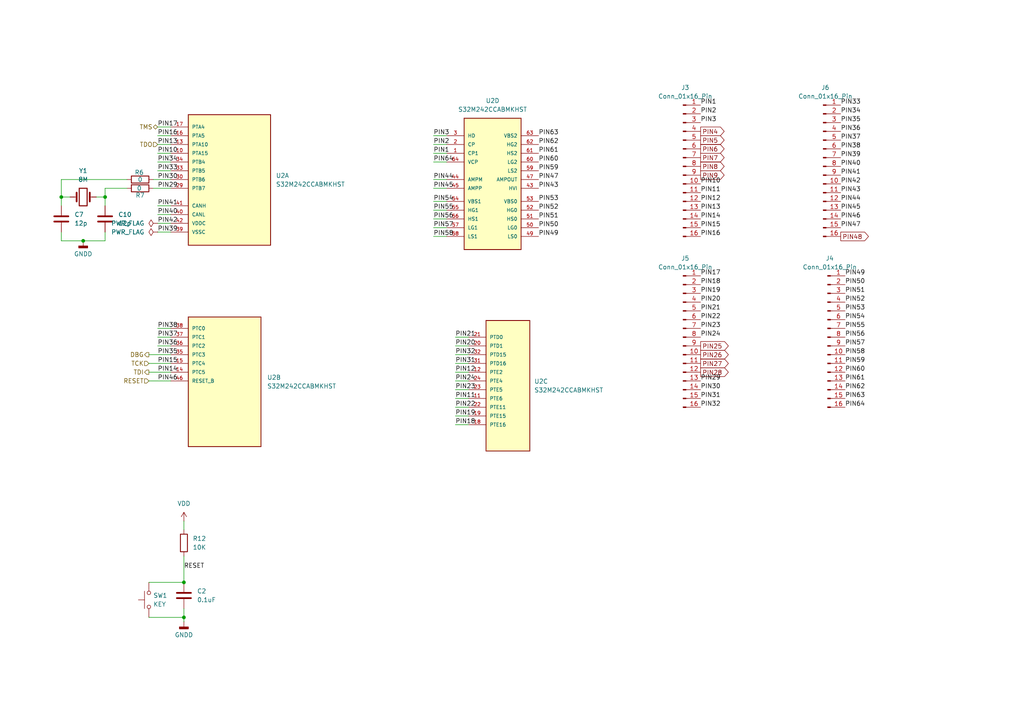
<source format=kicad_sch>
(kicad_sch (version 20231120) (generator "eeschema") (generator_version "8.0")
  (paper "A4")
  (title_block (company "WTMEC"))
  (lib_symbols
    (symbol "Connector:Conn_01x16_Pin" (pin_names (offset 1.016) hide)
      (property "Reference" "J" (at 0 20.32 0))
      (property "Value" "Conn_01x16_Pin" (at 0 -22.86 0))
      (symbol "Conn_01x16_Pin_1_1"
        (polyline (pts (xy 1.27 -20.32) (xy 0.8636 -20.32)) (stroke (width 0.1524)))
        (polyline (pts (xy 1.27 -17.78) (xy 0.8636 -17.78)) (stroke (width 0.1524)))
        (polyline (pts (xy 1.27 -15.24) (xy 0.8636 -15.24)) (stroke (width 0.1524)))
        (polyline (pts (xy 1.27 -12.7) (xy 0.8636 -12.7)) (stroke (width 0.1524)))
        (polyline (pts (xy 1.27 -10.16) (xy 0.8636 -10.16)) (stroke (width 0.1524)))
        (polyline (pts (xy 1.27 -7.62) (xy 0.8636 -7.62)) (stroke (width 0.1524)))
        (polyline (pts (xy 1.27 -5.08) (xy 0.8636 -5.08)) (stroke (width 0.1524)))
        (polyline (pts (xy 1.27 -2.54) (xy 0.8636 -2.54)) (stroke (width 0.1524)))
        (polyline (pts (xy 1.27 0) (xy 0.8636 0)) (stroke (width 0.1524)))
        (polyline (pts (xy 1.27 2.54) (xy 0.8636 2.54)) (stroke (width 0.1524)))
        (polyline (pts (xy 1.27 5.08) (xy 0.8636 5.08)) (stroke (width 0.1524)))
        (polyline (pts (xy 1.27 7.62) (xy 0.8636 7.62)) (stroke (width 0.1524)))
        (polyline (pts (xy 1.27 10.16) (xy 0.8636 10.16)) (stroke (width 0.1524)))
        (polyline (pts (xy 1.27 12.7) (xy 0.8636 12.7)) (stroke (width 0.1524)))
        (polyline (pts (xy 1.27 15.24) (xy 0.8636 15.24)) (stroke (width 0.1524)))
        (polyline (pts (xy 1.27 17.78) (xy 0.8636 17.78)) (stroke (width 0.1524)))
        (rectangle (start 0.8636 -20.193) (end 0 -20.447) (stroke (width 0.1524)) (fill (type outline)))
        (rectangle (start 0.8636 -17.653) (end 0 -17.907) (stroke (width 0.1524)) (fill (type outline)))
        (rectangle (start 0.8636 -15.113) (end 0 -15.367) (stroke (width 0.1524)) (fill (type outline)))
        (rectangle (start 0.8636 -12.573) (end 0 -12.827) (stroke (width 0.1524)) (fill (type outline)))
        (rectangle (start 0.8636 -10.033) (end 0 -10.287) (stroke (width 0.1524)) (fill (type outline)))
        (rectangle (start 0.8636 -7.493) (end 0 -7.747) (stroke (width 0.1524)) (fill (type outline)))
        (rectangle (start 0.8636 -4.953) (end 0 -5.207) (stroke (width 0.1524)) (fill (type outline)))
        (rectangle (start 0.8636 -2.413) (end 0 -2.667) (stroke (width 0.1524)) (fill (type outline)))
        (rectangle (start 0.8636 0.127) (end 0 -0.127) (stroke (width 0.1524)) (fill (type outline)))
        (rectangle (start 0.8636 2.667) (end 0 2.413) (stroke (width 0.1524)) (fill (type outline)))
        (rectangle (start 0.8636 5.207) (end 0 4.953) (stroke (width 0.1524)) (fill (type outline)))
        (rectangle (start 0.8636 7.747) (end 0 7.493) (stroke (width 0.1524)) (fill (type outline)))
        (rectangle (start 0.8636 10.287) (end 0 10.033) (stroke (width 0.1524)) (fill (type outline)))
        (rectangle (start 0.8636 12.827) (end 0 12.573) (stroke (width 0.1524)) (fill (type outline)))
        (rectangle (start 0.8636 15.367) (end 0 15.113) (stroke (width 0.1524)) (fill (type outline)))
        (rectangle (start 0.8636 17.907) (end 0 17.653) (stroke (width 0.1524)) (fill (type outline)))
        (pin passive line (at 5.08 17.78 180) (length 3.81) (name "Pin_1") (number "1"))
        (pin passive line (at 5.08 -5.08 180) (length 3.81) (name "Pin_10") (number "10"))
        (pin passive line (at 5.08 -7.62 180) (length 3.81) (name "Pin_11") (number "11"))
        (pin passive line (at 5.08 -10.16 180) (length 3.81) (name "Pin_12") (number "12"))
        (pin passive line (at 5.08 -12.7 180) (length 3.81) (name "Pin_13") (number "13"))
        (pin passive line (at 5.08 -15.24 180) (length 3.81) (name "Pin_14") (number "14"))
        (pin passive line (at 5.08 -17.78 180) (length 3.81) (name "Pin_15") (number "15"))
        (pin passive line (at 5.08 -20.32 180) (length 3.81) (name "Pin_16") (number "16"))
        (pin passive line (at 5.08 15.24 180) (length 3.81) (name "Pin_2") (number "2"))
        (pin passive line (at 5.08 12.7 180) (length 3.81) (name "Pin_3") (number "3"))
        (pin passive line (at 5.08 10.16 180) (length 3.81) (name "Pin_4") (number "4"))
        (pin passive line (at 5.08 7.62 180) (length 3.81) (name "Pin_5") (number "5"))
        (pin passive line (at 5.08 5.08 180) (length 3.81) (name "Pin_6") (number "6"))
        (pin passive line (at 5.08 2.54 180) (length 3.81) (name "Pin_7") (number "7"))
        (pin passive line (at 5.08 0 180) (length 3.81) (name "Pin_8") (number "8"))
        (pin passive line (at 5.08 -2.54 180) (length 3.81) (name "Pin_9") (number "9"))
      )
    )
    (symbol "Device:C" (pin_numbers hide) (pin_names (offset 0.254))
      (property "Reference" "C" (at 0.635 2.54 0))
      (property "Value" "C" (at 0.635 -2.54 0))
      (symbol "C_0_1"
        (polyline (pts (xy -2.032 -0.762) (xy 2.032 -0.762)) (stroke (width 0.508)))
        (polyline (pts (xy -2.032 0.762) (xy 2.032 0.762)) (stroke (width 0.508)))
      )
      (symbol "C_1_1"
        (pin passive line (at 0 3.81 270) (length 2.794) (name "~") (number "1"))
        (pin passive line (at 0 -3.81 90) (length 2.794) (name "~") (number "2"))
      )
    )
    (symbol "Device:Crystal" (pin_numbers hide) (pin_names (offset 1.016) hide)
      (property "Reference" "Y" (at 0 3.81 0))
      (property "Value" "Crystal" (at 0 -3.81 0))
      (symbol "Crystal_0_1"
        (rectangle (start -1.143 2.54) (end 1.143 -2.54) (stroke (width 0.3048)))
        (polyline (pts (xy -2.54 0) (xy -1.905 0)))
        (polyline (pts (xy -1.905 -1.27) (xy -1.905 1.27)) (stroke (width 0.508)))
        (polyline (pts (xy 1.905 -1.27) (xy 1.905 1.27)) (stroke (width 0.508)))
        (polyline (pts (xy 2.54 0) (xy 1.905 0)))
      )
      (symbol "Crystal_1_1"
        (pin passive line (at -3.81 0 0) (length 1.27) (name "1") (number "1"))
        (pin passive line (at 3.81 0 180) (length 1.27) (name "2") (number "2"))
      )
    )
    (symbol "Device:R" (pin_numbers hide) (pin_names (offset 0))
      (property "Reference" "R" (at 2.032 0 90))
      (property "Value" "R" (at 0 0 90))
      (symbol "R_0_1"
        (rectangle (start -1.016 -2.54) (end 1.016 2.54) (stroke (width 0.254)))
      )
      (symbol "R_1_1"
        (pin passive line (at 0 3.81 270) (length 1.27) (name "~") (number "1"))
        (pin passive line (at 0 -3.81 90) (length 1.27) (name "~") (number "2"))
      )
    )
    (symbol "MCU_NXP_S32M2:S32M242CCABMKHST" (pin_names (offset 1.016))
      (property "Reference" "U" (at -8.382 38.608 0))
      (property "Value" "S32M242CCABMKHST" (at -8.89 -1.016 0))
      (symbol "S32M242CCABMKHST_1_0"
        (rectangle (start -12.7 37.846) (end 11.176 0) (stroke (width 0.254)) (fill (type background)))
        (pin bidirectional line (at -17.78 26.67 0) (length 5.08) (name "PTA15") (number "10"))
        (pin bidirectional line (at -17.78 29.21 0) (length 5.08) (name "PTA10") (number "13"))
        (pin bidirectional line (at -17.78 31.75 0) (length 5.08) (name "PTA5") (number "16"))
        (pin bidirectional line (at -17.78 34.29 0) (length 5.08) (name "PTA4") (number "17"))
        (pin bidirectional line (at -17.78 16.51 0) (length 5.08) (name "PTB7") (number "29"))
        (pin bidirectional line (at -17.78 19.05 0) (length 5.08) (name "PTB6") (number "30"))
        (pin bidirectional line (at -17.78 21.59 0) (length 5.08) (name "PTB5") (number "33"))
        (pin bidirectional line (at -17.78 24.13 0) (length 5.08) (name "PTB4") (number "34"))
      )
      (symbol "S32M242CCABMKHST_1_1"
        (pin power_in line (at -17.78 3.81 0) (length 5.08) (name "VSSC") (number "39"))
        (pin output line (at -17.78 8.89 0) (length 5.08) (name "CANL") (number "40"))
        (pin output line (at -17.78 11.43 0) (length 5.08) (name "CANH") (number "41"))
        (pin power_in line (at -17.78 6.35 0) (length 5.08) (name "VDDC") (number "42"))
      )
      (symbol "S32M242CCABMKHST_2_0"
        (rectangle (start -12.7 37.592) (end 8.382 0) (stroke (width 0.254)) (fill (type background)))
        (pin bidirectional line (at -17.78 21.59 0) (length 5.08) (name "PTC5") (number "14"))
        (pin bidirectional line (at -17.78 24.13 0) (length 5.08) (name "PTC4") (number "15"))
        (pin bidirectional line (at -17.78 26.67 0) (length 5.08) (name "PTC3") (number "35"))
        (pin bidirectional line (at -17.78 29.21 0) (length 5.08) (name "PTC2") (number "36"))
        (pin bidirectional line (at -17.78 31.75 0) (length 5.08) (name "PTC1") (number "37"))
        (pin bidirectional line (at -17.78 34.29 0) (length 5.08) (name "PTC0") (number "38"))
        (pin bidirectional line (at -17.78 19.05 0) (length 5.08) (name "RESET_B") (number "46"))
      )
      (symbol "S32M242CCABMKHST_3_0"
        (rectangle (start -12.7 37.846) (end 0 0) (stroke (width 0.254)) (fill (type background)))
        (pin bidirectional line (at -17.78 15.24 0) (length 5.08) (name "PTE6") (number "11"))
        (pin bidirectional line (at -17.78 22.86 0) (length 5.08) (name "PTE2") (number "12"))
        (pin bidirectional line (at -17.78 7.62 0) (length 5.08) (name "PTE16") (number "18"))
        (pin bidirectional line (at -17.78 10.16 0) (length 5.08) (name "PTE15") (number "19"))
        (pin bidirectional line (at -17.78 30.48 0) (length 5.08) (name "PTD1") (number "20"))
        (pin bidirectional line (at -17.78 33.02 0) (length 5.08) (name "PTD0") (number "21"))
        (pin bidirectional line (at -17.78 12.7 0) (length 5.08) (name "PTE11") (number "22"))
        (pin bidirectional line (at -17.78 17.78 0) (length 5.08) (name "PTE5") (number "23"))
        (pin bidirectional line (at -17.78 20.32 0) (length 5.08) (name "PTE4") (number "24"))
        (pin bidirectional line (at -17.78 25.4 0) (length 5.08) (name "PTD16") (number "31"))
        (pin bidirectional line (at -17.78 27.94 0) (length 5.08) (name "PTD15") (number "32"))
      )
      (symbol "S32M242CCABMKHST_4_0"
        (rectangle (start -8.89 38.1) (end 7.62 0) (stroke (width 0.254)) (fill (type background)))
        (pin bidirectional line (at -13.97 27.94 0) (length 5.08) (name "CP1") (number "1"))
        (pin bidirectional line (at -13.97 30.48 0) (length 5.08) (name "CP") (number "2"))
        (pin bidirectional line (at -13.97 33.02 0) (length 5.08) (name "HD") (number "3"))
        (pin bidirectional line (at -13.97 20.32 0) (length 5.08) (name "AMPM") (number "44"))
        (pin bidirectional line (at -13.97 17.78 0) (length 5.08) (name "AMPP") (number "45"))
        (pin bidirectional line (at 12.7 20.32 180) (length 5.08) (name "AMPOUT") (number "47"))
        (pin bidirectional line (at 12.7 3.81 180) (length 5.08) (name "LS0") (number "49"))
        (pin bidirectional line (at 12.7 6.35 180) (length 5.08) (name "LG0") (number "50"))
        (pin bidirectional line (at 12.7 8.89 180) (length 5.08) (name "HS0") (number "51"))
        (pin bidirectional line (at 12.7 11.43 180) (length 5.08) (name "HG0") (number "52"))
        (pin bidirectional line (at 12.7 13.97 180) (length 5.08) (name "VBS0") (number "53"))
        (pin bidirectional line (at -13.97 13.97 0) (length 5.08) (name "VBS1") (number "54"))
        (pin bidirectional line (at -13.97 11.43 0) (length 5.08) (name "HG1") (number "55"))
        (pin bidirectional line (at -13.97 8.89 0) (length 5.08) (name "HS1") (number "56"))
        (pin bidirectional line (at -13.97 6.35 0) (length 5.08) (name "LG1") (number "57"))
        (pin bidirectional line (at -13.97 3.81 0) (length 5.08) (name "LS1") (number "58"))
        (pin bidirectional line (at 12.7 22.86 180) (length 5.08) (name "LS2") (number "59"))
        (pin bidirectional line (at 12.7 25.4 180) (length 5.08) (name "LG2") (number "60"))
        (pin bidirectional line (at 12.7 27.94 180) (length 5.08) (name "HS2") (number "61"))
        (pin bidirectional line (at 12.7 30.48 180) (length 5.08) (name "HG2") (number "62"))
        (pin bidirectional line (at 12.7 33.02 180) (length 5.08) (name "VBS2") (number "63"))
        (pin bidirectional line (at -13.97 25.4 0) (length 5.08) (name "VCP") (number "64"))
      )
      (symbol "S32M242CCABMKHST_4_1"
        (pin bidirectional line (at 12.7 17.78 180) (length 5.08) (name "HVI") (number "43"))
      )
      (symbol "S32M242CCABMKHST_5_0"
        (rectangle (start -12.7 37.846) (end 0 0) (stroke (width 0.254)) (fill (type background)))
        (pin power_in line (at -17.78 34.29 0) (length 5.08) (name "VDD") (number "25"))
        (pin power_in line (at -17.78 31.75 0) (length 5.08) (name "VDDA") (number "26"))
        (pin power_in line (at -17.78 29.21 0) (length 5.08) (name "VREFH") (number "27"))
        (pin power_in line (at -17.78 19.05 0) (length 5.08) (name "VSS") (number "28"))
        (pin power_in line (at -17.78 24.13 0) (length 5.08) (name "VSUP") (number "6"))
        (pin power_in line (at -17.78 16.51 0) (length 5.08) (name "VSS") (number "65"))
        (pin power_in line (at -17.78 13.97 0) (length 5.08) (name "VPRE") (number "7"))
        (pin power_in line (at -17.78 26.67 0) (length 5.08) (name "VDD_AE10") (number "9"))
      )
      (symbol "S32M242CCABMKHST_5_1"
        (pin bidirectional line (at -17.78 3.81 0) (length 5.08) (name "BST") (number "4"))
        (pin power_in line (at -17.78 21.59 0) (length 5.08) (name "VDDE") (number "48"))
        (pin power_out line (at -17.78 10.16 0) (length 5.08) (name "VLS_OUT") (number "5"))
        (pin bidirectional line (at -17.78 6.35 0) (length 5.08) (name "GCTL") (number "8"))
      )
    )
    (symbol "Switch:SW_Push" (pin_numbers hide) (pin_names (offset 1.016) hide)
      (property "Reference" "SW" (at 1.27 2.54 0))
      (property "Value" "SW_Push" (at 0 -1.524 0))
      (symbol "SW_Push_0_1"
        (circle (center -2.032 0) (radius 0.508))
        (polyline (pts (xy 0 1.27) (xy 0 3.048)))
        (polyline (pts (xy 2.54 1.27) (xy -2.54 1.27)))
        (circle (center 2.032 0) (radius 0.508))
        (pin passive line (at -5.08 0 0) (length 2.54) (name "1") (number "1"))
        (pin passive line (at 5.08 0 180) (length 2.54) (name "2") (number "2"))
      )
    )
    (symbol "power:GNDD" (power) (pin_numbers hide) (pin_names (offset 0) hide)
      (property "Value" "GNDD" (at 0 -3.175 0))
      (symbol "GNDD_0_1"
        (rectangle (start -1.27 -1.524) (end 1.27 -2.032) (stroke (width 0.254)) (fill (type outline)))
        (polyline (pts (xy 0 0) (xy 0 -1.524)))
      )
      (symbol "GNDD_1_1"
        (pin power_in line (at 0 0 270) (length 0) (name "~") (number "1"))
      )
    )
    (symbol "power:PWR_FLAG" (power) (pin_numbers hide) (pin_names (offset 0) hide)
      (property "Value" "PWR_FLAG" (at 0 3.81 0))
      (symbol "PWR_FLAG_0_0"
        (pin power_out line (at 0 0 90) (length 0) (name "~") (number "1"))
      )
      (symbol "PWR_FLAG_0_1"
        (polyline (pts (xy 0 0) (xy 0 1.27) (xy -1.016 1.905) (xy 0 2.54) (xy 1.016 1.905) (xy 0 1.27)))
      )
    )
    (symbol "power:VDD" (power) (pin_numbers hide) (pin_names (offset 0) hide)
      (property "Value" "VDD" (at 0 3.556 0))
      (symbol "VDD_0_1"
        (polyline (pts (xy -0.762 1.27) (xy 0 2.54)))
        (polyline (pts (xy 0 0) (xy 0 2.54)))
        (polyline (pts (xy 0 2.54) (xy 0.762 1.27)))
      )
      (symbol "VDD_1_1"
        (pin power_in line (at 0 0 90) (length 0) (name "~") (number "1"))
      )
    )
  )
  (junction (at 24.13 69.85))
  (junction (at 53.34 179.07))
  (junction (at 17.78 57.15))
  (junction (at 30.48 57.15))
  (junction (at 53.34 168.91))
  (wire (pts (xy 43.18 179.07) (xy 53.34 179.07)))
  (wire (pts (xy 132.08 107.95) (xy 135.89 107.95)))
  (wire (pts (xy 36.83 54.61) (xy 30.48 54.61)))
  (wire (pts (xy 125.73 63.5) (xy 129.54 63.5)))
  (wire (pts (xy 53.34 161.29) (xy 53.34 168.91)))
  (wire (pts (xy 132.08 118.11) (xy 135.89 118.11)))
  (wire (pts (xy 45.72 64.77) (xy 49.53 64.77)))
  (wire (pts (xy 125.73 46.99) (xy 129.54 46.99)))
  (wire (pts (xy 132.08 115.57) (xy 135.89 115.57)))
  (wire (pts (xy 30.48 67.31) (xy 30.48 69.85)))
  (wire (pts (xy 17.78 69.85) (xy 17.78 67.31)))
  (wire (pts (xy 43.18 107.95) (xy 49.53 107.95)))
  (wire (pts (xy 125.73 54.61) (xy 129.54 54.61)))
  (wire (pts (xy 45.72 59.69) (xy 49.53 59.69)))
  (wire (pts (xy 125.73 39.37) (xy 129.54 39.37)))
  (wire (pts (xy 125.73 66.04) (xy 129.54 66.04)))
  (wire (pts (xy 30.48 54.61) (xy 30.48 57.15)))
  (wire (pts (xy 43.18 105.41) (xy 49.53 105.41)))
  (wire (pts (xy 45.72 44.45) (xy 49.53 44.45)))
  (wire (pts (xy 43.18 102.87) (xy 49.53 102.87)))
  (wire (pts (xy 36.83 52.07) (xy 17.78 52.07)))
  (wire (pts (xy 45.72 41.91) (xy 49.53 41.91)))
  (wire (pts (xy 45.72 97.79) (xy 49.53 97.79)))
  (wire (pts (xy 53.34 151.13) (xy 53.34 153.67)))
  (wire (pts (xy 53.34 176.53) (xy 53.34 179.07)))
  (wire (pts (xy 44.45 54.61) (xy 49.53 54.61)))
  (wire (pts (xy 125.73 60.96) (xy 129.54 60.96)))
  (wire (pts (xy 45.72 67.31) (xy 49.53 67.31)))
  (wire (pts (xy 44.45 52.07) (xy 49.53 52.07)))
  (wire (pts (xy 132.08 113.03) (xy 135.89 113.03)))
  (wire (pts (xy 125.73 58.42) (xy 129.54 58.42)))
  (wire (pts (xy 125.73 68.58) (xy 129.54 68.58)))
  (wire (pts (xy 132.08 105.41) (xy 135.89 105.41)))
  (wire (pts (xy 132.08 120.65) (xy 135.89 120.65)))
  (wire (pts (xy 132.08 97.79) (xy 135.89 97.79)))
  (wire (pts (xy 30.48 69.85) (xy 24.13 69.85)))
  (wire (pts (xy 53.34 179.07) (xy 53.34 180.34)))
  (wire (pts (xy 45.72 49.53) (xy 49.53 49.53)))
  (wire (pts (xy 45.72 100.33) (xy 49.53 100.33)))
  (wire (pts (xy 125.73 44.45) (xy 129.54 44.45)))
  (wire (pts (xy 45.72 62.23) (xy 49.53 62.23)))
  (wire (pts (xy 132.08 100.33) (xy 135.89 100.33)))
  (wire (pts (xy 17.78 52.07) (xy 17.78 57.15)))
  (wire (pts (xy 43.18 168.91) (xy 53.34 168.91)))
  (wire (pts (xy 132.08 102.87) (xy 135.89 102.87)))
  (wire (pts (xy 27.94 57.15) (xy 30.48 57.15)))
  (wire (pts (xy 24.13 69.85) (xy 17.78 69.85)))
  (wire (pts (xy 17.78 57.15) (xy 17.78 59.69)))
  (wire (pts (xy 125.73 41.91) (xy 129.54 41.91)))
  (wire (pts (xy 132.08 110.49) (xy 135.89 110.49)))
  (wire (pts (xy 45.72 36.83) (xy 49.53 36.83)))
  (wire (pts (xy 125.73 52.07) (xy 129.54 52.07)))
  (wire (pts (xy 20.32 57.15) (xy 17.78 57.15)))
  (wire (pts (xy 45.72 39.37) (xy 49.53 39.37)))
  (wire (pts (xy 45.72 46.99) (xy 49.53 46.99)))
  (wire (pts (xy 45.72 95.25) (xy 49.53 95.25)))
  (wire (pts (xy 43.18 110.49) (xy 49.53 110.49)))
  (wire (pts (xy 132.08 123.19) (xy 135.89 123.19)))
  (wire (pts (xy 30.48 57.15) (xy 30.48 59.69)))
  (label "PIN55" (at 125.73 60.96 0))
  (label "PIN49" (at 156.21 68.58 0))
  (label "PIN38" (at 243.84 43.18 0))
  (label "PIN42" (at 243.84 53.34 0))
  (label "PIN40" (at 243.84 48.26 0))
  (label "PIN32" (at 132.08 102.87 0))
  (label "PIN54" (at 125.73 58.42 0))
  (label "PIN34" (at 45.72 46.99 0))
  (label "PIN52" (at 245.11 87.63 0))
  (label "PIN21" (at 132.08 97.79 0))
  (label "PIN15" (at 203.2 66.04 0))
  (label "PIN63" (at 156.21 39.37 0))
  (label "PIN60" (at 156.21 46.99 0))
  (label "PIN36" (at 243.84 38.1 0))
  (label "PIN42" (at 45.72 64.77 0))
  (label "PIN10" (at 45.72 44.45 0))
  (label "PIN50" (at 156.21 66.04 0))
  (label "PIN1" (at 203.2 30.48 0))
  (label "PIN15" (at 45.72 105.41 0))
  (label "PIN46" (at 243.84 63.5 0))
  (label "PIN59" (at 156.21 49.53 0))
  (label "PIN22" (at 132.08 118.11 0))
  (label "PIN63" (at 245.11 115.57 0))
  (label "PIN23" (at 132.08 113.03 0))
  (label "PIN39" (at 45.72 67.31 0))
  (label "PIN38" (at 45.72 95.25 0))
  (label "PIN16" (at 203.2 68.58 0))
  (label "PIN50" (at 245.11 82.55 0))
  (label "PIN53" (at 245.11 90.17 0))
  (label "PIN49" (at 245.11 80.01 0))
  (label "PIN13" (at 203.2 60.96 0))
  (label "PIN54" (at 245.11 92.71 0))
  (label "PIN62" (at 156.21 41.91 0))
  (label "PIN32" (at 203.2 118.11 0))
  (label "PIN17" (at 45.72 36.83 0))
  (label "PIN14" (at 203.2 63.5 0))
  (label "PIN23" (at 203.2 95.25 0))
  (label "PIN55" (at 245.11 95.25 0))
  (label "PIN19" (at 203.2 85.09 0))
  (label "PIN57" (at 125.73 66.04 0))
  (label "PIN47" (at 243.84 66.04 0))
  (label "PIN11" (at 203.2 55.88 0))
  (label "PIN59" (at 245.11 105.41 0))
  (label "PIN58" (at 245.11 102.87 0))
  (label "PIN19" (at 132.08 120.65 0))
  (label "PIN30" (at 45.72 52.07 0))
  (label "PIN64" (at 245.11 118.11 0))
  (label "PIN37" (at 45.72 97.79 0))
  (label "PIN56" (at 245.11 97.79 0))
  (label "PIN10" (at 203.2 53.34 0))
  (label "PIN1" (at 125.73 44.45 0))
  (label "PIN22" (at 203.2 92.71 0))
  (label "PIN56" (at 125.73 63.5 0))
  (label "RESET" (at 53.34 165.1 0))
  (label "PIN13" (at 45.72 41.91 0))
  (label "PIN46" (at 45.72 110.49 0))
  (label "PIN11" (at 132.08 115.57 0))
  (label "PIN34" (at 243.84 33.02 0))
  (label "PIN40" (at 45.72 62.23 0))
  (label "PIN36" (at 45.72 100.33 0))
  (label "PIN57" (at 245.11 100.33 0))
  (label "PIN60" (at 245.11 107.95 0))
  (label "PIN29" (at 203.2 110.49 0))
  (label "PIN14" (at 45.72 107.95 0))
  (label "PIN20" (at 132.08 100.33 0))
  (label "PIN41" (at 243.84 50.8 0))
  (label "PIN44" (at 125.73 52.07 0))
  (label "PIN43" (at 156.21 54.61 0))
  (label "PIN43" (at 243.84 55.88 0))
  (label "PIN21" (at 203.2 90.17 0))
  (label "PIN33" (at 45.72 49.53 0))
  (label "PIN2" (at 203.2 33.02 0))
  (label "PIN18" (at 203.2 82.55 0))
  (label "PIN24" (at 132.08 110.49 0))
  (label "PIN41" (at 45.72 59.69 0))
  (label "PIN18" (at 132.08 123.19 0))
  (label "PIN3" (at 203.2 35.56 0))
  (label "PIN12" (at 203.2 58.42 0))
  (label "PIN51" (at 245.11 85.09 0))
  (label "PIN35" (at 45.72 102.87 0))
  (label "PIN35" (at 243.84 35.56 0))
  (label "PIN45" (at 243.84 60.96 0))
  (label "PIN51" (at 156.21 63.5 0))
  (label "PIN47" (at 156.21 52.07 0))
  (label "PIN64" (at 125.73 46.99 0))
  (label "PIN24" (at 203.2 97.79 0))
  (label "PIN12" (at 132.08 107.95 0))
  (label "PIN45" (at 125.73 54.61 0))
  (label "PIN44" (at 243.84 58.42 0))
  (label "PIN61" (at 156.21 44.45 0))
  (label "PIN37" (at 243.84 40.64 0))
  (label "PIN53" (at 156.21 58.42 0))
  (label "PIN30" (at 203.2 113.03 0))
  (label "PIN31" (at 203.2 115.57 0))
  (label "PIN2" (at 125.73 41.91 0))
  (label "PIN58" (at 125.73 68.58 0))
  (label "PIN3" (at 125.73 39.37 0))
  (label "PIN16" (at 45.72 39.37 0))
  (label "PIN33" (at 243.84 30.48 0))
  (label "PIN39" (at 243.84 45.72 0))
  (label "PIN29" (at 45.72 54.61 0))
  (label "PIN17" (at 203.2 80.01 0))
  (label "PIN31" (at 132.08 105.41 0))
  (label "PIN20" (at 203.2 87.63 0))
  (label "PIN52" (at 156.21 60.96 0))
  (label "PIN62" (at 245.11 113.03 0))
  (label "PIN61" (at 245.11 110.49 0))
  (global_label "PIN9" (shape output) (at 203.2 50.8 0) (property "Intersheetrefs" "${INTERSHEET_REFS}" (effects (hide yes))))
  (global_label "PIN6" (shape output) (at 203.2 43.18 0) (property "Intersheetrefs" "${INTERSHEET_REFS}" (effects (hide yes))))
  (global_label "PIN27" (shape output) (at 203.2 105.41 0) (property "Intersheetrefs" "${INTERSHEET_REFS}" (effects (hide yes))))
  (global_label "PIN48" (shape output) (at 243.84 68.58 0) (property "Intersheetrefs" "${INTERSHEET_REFS}" (effects (hide yes))))
  (global_label "PIN8" (shape output) (at 203.2 48.26 0) (property "Intersheetrefs" "${INTERSHEET_REFS}" (effects (hide yes))))
  (global_label "PIN4" (shape output) (at 203.2 38.1 0) (property "Intersheetrefs" "${INTERSHEET_REFS}" (effects (hide yes))))
  (global_label "PIN28" (shape output) (at 203.2 107.95 0) (property "Intersheetrefs" "${INTERSHEET_REFS}" (effects (hide yes))))
  (global_label "PIN7" (shape output) (at 203.2 45.72 0) (property "Intersheetrefs" "${INTERSHEET_REFS}" (effects (hide yes))))
  (global_label "PIN5" (shape output) (at 203.2 40.64 0) (property "Intersheetrefs" "${INTERSHEET_REFS}" (effects (hide yes))))
  (global_label "PIN25" (shape output) (at 203.2 100.33 0) (property "Intersheetrefs" "${INTERSHEET_REFS}" (effects (hide yes))))
  (global_label "PIN26" (shape output) (at 203.2 102.87 0) (property "Intersheetrefs" "${INTERSHEET_REFS}" (effects (hide yes))))
  (hierarchical_label "TDO" (shape input) (at 45.72 41.91 180))
  (hierarchical_label "DBG" (shape output) (at 43.18 102.87 180))
  (hierarchical_label "RESET" (shape input) (at 43.18 110.49 180))
  (hierarchical_label "TCK" (shape input) (at 43.18 105.41 180))
  (hierarchical_label "TDI" (shape output) (at 43.18 107.95 180))
  (hierarchical_label "TMS" (shape bidirectional) (at 45.72 36.83 180))
  (symbol (lib_id "Connector:Conn_01x16_Pin") (at 240.03 97.79 0) (unit 1)
    (property "Reference" "J4" (at 240.665 74.93 0))
    (property "Value" "Conn_01x16_Pin" (at 240.665 77.47 0))
    (property "Footprint" "Connector_PinHeader_2.54mm:PinHeader_2x08_P2.54mm_Vertical" (effects (hide yes)))
    (property "Description" "Generic connector, single row, 01x16, script generated" (effects (hide yes)))
  )
  (symbol (lib_id "power:GNDD") (at 53.34 180.34 0) (unit 1)
    (property "Reference" "#PWR07" (effects (hide yes)))
    (property "Value" "GNDD" (at 53.34 184.15 0))
    (property "Description" "Power symbol creates a global label with name \"GNDD\" , digital ground" (effects (hide yes)))
  )
  (symbol (lib_id "power:PWR_FLAG") (at 45.72 67.31 90) (unit 1)
    (property "Reference" "#FLG07" (effects (hide yes)))
    (property "Value" "PWR_FLAG" (at 41.91 67.3099 90) (effects (justify left)))
    (property "Description" "Special symbol for telling ERC where power comes from" (effects (hide yes)))
  )
  (symbol (lib_id "Switch:SW_Push") (at 43.18 173.99 90) (unit 1)
    (property "Reference" "SW1" (at 44.45 172.7199 90) (effects (justify right)))
    (property "Value" "KEY" (at 44.45 175.2599 90) (effects (justify right)))
    (property "Footprint" "Button_Switch_THT:SW_PUSH_6mm_H4.3mm" (effects (hide yes)))
    (property "Description" "Push button switch, generic, two pins" (effects (hide yes)))
  )
  (symbol (lib_id "Device:R") (at 40.64 52.07 270) (unit 1)
    (property "Reference" "R6" (at 40.386 50.038 90))
    (property "Value" "0" (at 40.64 52.07 90))
    (property "Footprint" "Resistor_SMD:R_0805_2012Metric" (effects (hide yes)))
    (property "Description" "Resistor" (effects (hide yes)))
  )
  (symbol (lib_id "Connector:Conn_01x16_Pin") (at 198.12 97.79 0) (unit 1)
    (property "Reference" "J5" (at 198.755 74.93 0))
    (property "Value" "Conn_01x16_Pin" (at 198.755 77.47 0))
    (property "Footprint" "Connector_PinHeader_2.54mm:PinHeader_2x08_P2.54mm_Vertical" (effects (hide yes)))
    (property "Description" "Generic connector, single row, 01x16, script generated" (effects (hide yes)))
  )
  (symbol (lib_id "MCU_NXP_S32M2:S32M242CCABMKHST") (at 143.51 72.39 0) (unit 4)
    (property "Reference" "U2" (at 142.875 29.21 0))
    (property "Value" "S32M242CCABMKHST" (at 142.875 31.75 0))
    (property "Footprint" "Package_QFP:LQFP-64-1EP_10x10mm_P0.5mm_EP6.5x6.5mm_ThermalVias" (effects (hide yes)))
    (property "Datasheet" "https://www.nxp.com/docs/en/data-sheet/S32M2xx_DS.pdf" (effects (hide yes)))
    (property "Description" "ARM® Cortex®-M4F S32M2 Microcontroller IC 32-Bit Single-Core 80MHz 256KB (256K x 8) FLASH 64-LQFP (10x10)" (effects (hide yes)))
    (property "MANUFACTURER" "NXP Semiconductors" (effects (hide yes)))
    (property "MAXIMUM_PACKAGE_HEIGHT" "1.4mm" (effects (hide yes)))
    (property "Package" "HLQFP-64 NXP" (effects (hide yes)))
    (property "STANDARD" "IPC-7351B" (effects (hide yes)))
  )
  (symbol (lib_id "power:GNDD") (at 24.13 69.85 0) (unit 1)
    (property "Reference" "#PWR08" (effects (hide yes)))
    (property "Value" "GNDD" (at 24.13 73.66 0))
    (property "Description" "Power symbol creates a global label with name \"GNDD\" , digital ground" (effects (hide yes)))
  )
  (symbol (lib_id "MCU_NXP_S32M2:S32M242CCABMKHST") (at 153.67 130.81 0) (unit 3)
    (property "Reference" "U2" (at 154.94 110.6169 0) (effects (justify left)))
    (property "Value" "S32M242CCABMKHST" (at 154.94 113.1569 0) (effects (justify left)))
    (property "Footprint" "Package_QFP:LQFP-64-1EP_10x10mm_P0.5mm_EP6.5x6.5mm_ThermalVias" (effects (hide yes)))
    (property "Datasheet" "https://www.nxp.com/docs/en/data-sheet/S32M2xx_DS.pdf" (effects (hide yes)))
    (property "Description" "ARM® Cortex®-M4F S32M2 Microcontroller IC 32-Bit Single-Core 80MHz 256KB (256K x 8) FLASH 64-LQFP (10x10)" (effects (hide yes)))
    (property "MANUFACTURER" "NXP Semiconductors" (effects (hide yes)))
    (property "MAXIMUM_PACKAGE_HEIGHT" "1.4mm" (effects (hide yes)))
    (property "Package" "HLQFP-64 NXP" (effects (hide yes)))
    (property "STANDARD" "IPC-7351B" (effects (hide yes)))
  )
  (symbol (lib_id "power:PWR_FLAG") (at 45.72 64.77 90) (mirror x) (unit 1)
    (property "Reference" "#FLG06" (effects (hide yes)))
    (property "Value" "PWR_FLAG" (at 41.91 64.7699 90) (effects (justify left)))
    (property "Description" "Special symbol for telling ERC where power comes from" (effects (hide yes)))
  )
  (symbol (lib_id "Connector:Conn_01x16_Pin") (at 238.76 48.26 0) (unit 1)
    (property "Reference" "J6" (at 239.395 25.4 0))
    (property "Value" "Conn_01x16_Pin" (at 239.395 27.94 0))
    (property "Footprint" "Connector_PinHeader_2.54mm:PinHeader_2x08_P2.54mm_Vertical" (effects (hide yes)))
    (property "Description" "Generic connector, single row, 01x16, script generated" (effects (hide yes)))
  )
  (symbol (lib_id "Device:C") (at 17.78 63.5 0) (unit 1)
    (property "Reference" "C7" (at 21.59 62.2299 0) (effects (justify left)))
    (property "Value" "12p" (at 21.59 64.7699 0) (effects (justify left)))
    (property "Footprint" "Capacitor_SMD:C_0805_2012Metric" (effects (hide yes)))
    (property "Description" "Unpolarized capacitor" (effects (hide yes)))
  )
  (symbol (lib_id "Connector:Conn_01x16_Pin") (at 198.12 48.26 0) (unit 1)
    (property "Reference" "J3" (at 198.755 25.4 0))
    (property "Value" "Conn_01x16_Pin" (at 198.755 27.94 0))
    (property "Footprint" "Connector_PinHeader_2.54mm:PinHeader_2x08_P2.54mm_Vertical" (effects (hide yes)))
    (property "Description" "Generic connector, single row, 01x16, script generated" (effects (hide yes)))
  )
  (symbol (lib_id "power:VDD") (at 53.34 151.13 0) (unit 1)
    (property "Reference" "#PWR06" (effects (hide yes)))
    (property "Value" "VDD" (at 53.34 146.05 0))
    (property "Description" "Power symbol creates a global label with name \"VDD\"" (effects (hide yes)))
  )
  (symbol (lib_id "MCU_NXP_S32M2:S32M242CCABMKHST") (at 67.31 71.12 0) (unit 1)
    (property "Reference" "U2" (at 80.01 50.9269 0) (effects (justify left)))
    (property "Value" "S32M242CCABMKHST" (at 80.01 53.4669 0) (effects (justify left)))
    (property "Footprint" "Package_QFP:LQFP-64-1EP_10x10mm_P0.5mm_EP6.5x6.5mm_ThermalVias" (effects (hide yes)))
    (property "Datasheet" "https://www.nxp.com/docs/en/data-sheet/S32M2xx_DS.pdf" (effects (hide yes)))
    (property "Description" "ARM® Cortex®-M4F S32M2 Microcontroller IC 32-Bit Single-Core 80MHz 256KB (256K x 8) FLASH 64-LQFP (10x10)" (effects (hide yes)))
    (property "MANUFACTURER" "NXP Semiconductors" (effects (hide yes)))
    (property "MAXIMUM_PACKAGE_HEIGHT" "1.4mm" (effects (hide yes)))
    (property "Package" "HLQFP-64 NXP" (effects (hide yes)))
    (property "STANDARD" "IPC-7351B" (effects (hide yes)))
  )
  (symbol (lib_id "Device:C") (at 30.48 63.5 0) (unit 1)
    (property "Reference" "C10" (at 34.29 62.2299 0) (effects (justify left)))
    (property "Value" "12p" (at 34.29 64.7699 0) (effects (justify left)))
    (property "Footprint" "Capacitor_SMD:C_0805_2012Metric" (effects (hide yes)))
    (property "Description" "Unpolarized capacitor" (effects (hide yes)))
  )
  (symbol (lib_id "Device:C") (at 53.34 172.72 0) (unit 1)
    (property "Reference" "C2" (at 57.15 171.4499 0) (effects (justify left)))
    (property "Value" "0.1uF" (at 57.15 173.9899 0) (effects (justify left)))
    (property "Footprint" "Capacitor_SMD:C_0805_2012Metric" (effects (hide yes)))
    (property "Description" "Unpolarized capacitor" (effects (hide yes)))
  )
  (symbol (lib_id "Device:Crystal") (at 24.13 57.15 0) (unit 1)
    (property "Reference" "Y1" (at 24.13 49.53 0))
    (property "Value" "8M" (at 24.13 52.07 0))
    (property "Footprint" "Crystal:Crystal_HC49-4H_Vertical" (effects (hide yes)))
    (property "Description" "Two pin crystal" (effects (hide yes)))
  )
  (symbol (lib_id "Device:R") (at 53.34 157.48 0) (unit 1)
    (property "Reference" "R12" (at 55.88 156.2099 0) (effects (justify left)))
    (property "Value" "10K" (at 55.88 158.7499 0) (effects (justify left)))
    (property "Footprint" "Resistor_SMD:R_0805_2012Metric" (effects (hide yes)))
    (property "Description" "Resistor" (effects (hide yes)))
  )
  (symbol (lib_id "MCU_NXP_S32M2:S32M242CCABMKHST") (at 67.31 129.54 0) (unit 2)
    (property "Reference" "U2" (at 77.47 109.4739 0) (effects (justify left)))
    (property "Value" "S32M242CCABMKHST" (at 77.47 112.0139 0) (effects (justify left)))
    (property "Footprint" "Package_QFP:LQFP-64-1EP_10x10mm_P0.5mm_EP6.5x6.5mm_ThermalVias" (effects (hide yes)))
    (property "Datasheet" "https://www.nxp.com/docs/en/data-sheet/S32M2xx_DS.pdf" (effects (hide yes)))
    (property "Description" "ARM® Cortex®-M4F S32M2 Microcontroller IC 32-Bit Single-Core 80MHz 256KB (256K x 8) FLASH 64-LQFP (10x10)" (effects (hide yes)))
    (property "MANUFACTURER" "NXP Semiconductors" (effects (hide yes)))
    (property "MAXIMUM_PACKAGE_HEIGHT" "1.4mm" (effects (hide yes)))
    (property "Package" "HLQFP-64 NXP" (effects (hide yes)))
    (property "STANDARD" "IPC-7351B" (effects (hide yes)))
  )
  (symbol (lib_id "Device:R") (at 40.64 54.61 270) (unit 1)
    (property "Reference" "R7" (at 40.64 56.642 90))
    (property "Value" "0" (at 40.386 54.61 90))
    (property "Footprint" "Resistor_SMD:R_0805_2012Metric" (effects (hide yes)))
    (property "Description" "Resistor" (effects (hide yes)))
  )
)
</source>
